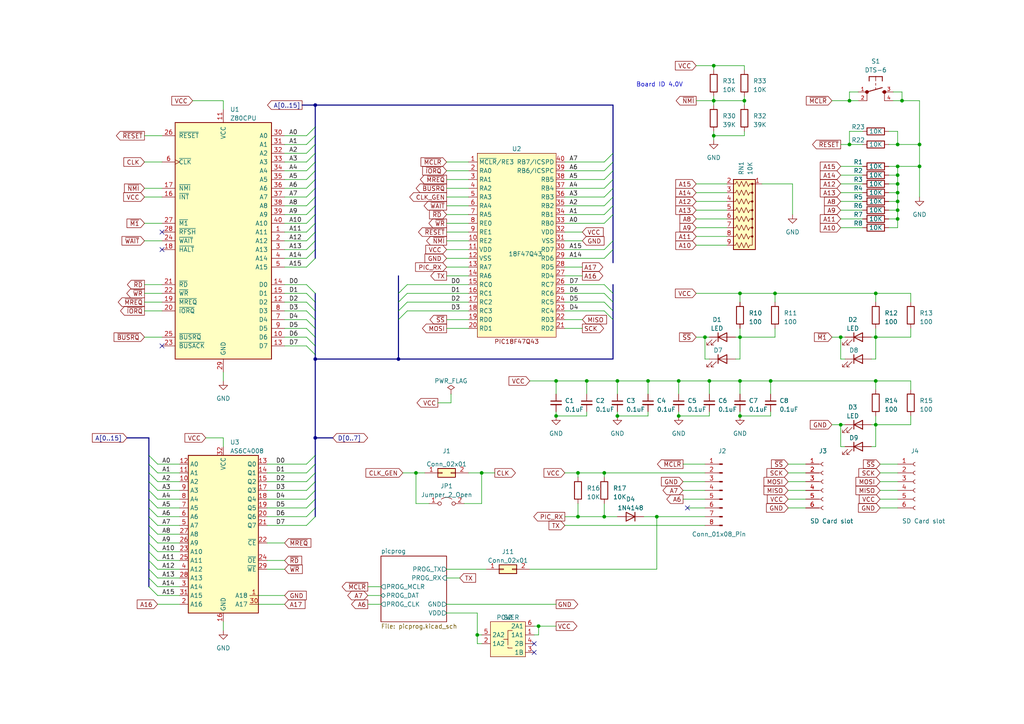
<source format=kicad_sch>
(kicad_sch (version 20230121) (generator eeschema)
  (paper "A4")
  (title_block (title "SuperEMUZ80") (date "2024-02-11") (rev "1.0"))
  (junction (at 260.35 50.8))
  (junction (at 91.44 127))
  (junction (at 214.63 110.49))
  (junction (at 207.01 19.05))
  (junction (at 120.65 137.16))
  (junction (at 260.35 55.88))
  (junction (at 190.5 149.86))
  (junction (at 196.85 120.65))
  (junction (at 254 97.79))
  (junction (at 243.84 97.79))
  (junction (at 139.7 137.16))
  (junction (at 260.35 48.26))
  (junction (at 179.07 120.65))
  (junction (at 224.79 85.09))
  (junction (at 261.62 29.21))
  (junction (at 214.63 120.65))
  (junction (at 214.63 85.09))
  (junction (at 91.44 104.14))
  (junction (at 204.47 97.79))
  (junction (at 179.07 110.49))
  (junction (at 187.96 110.49))
  (junction (at 246.38 29.21))
  (junction (at 260.35 58.42))
  (junction (at 205.74 110.49))
  (junction (at 170.18 110.49))
  (junction (at 260.35 63.5))
  (junction (at 161.29 120.65))
  (junction (at 167.64 137.16))
  (junction (at 246.38 41.91))
  (junction (at 243.84 123.19))
  (junction (at 266.7 48.26))
  (junction (at 175.26 137.16))
  (junction (at 207.01 39.37))
  (junction (at 207.01 29.21))
  (junction (at 91.44 30.48))
  (junction (at 260.35 60.96))
  (junction (at 260.35 53.34))
  (junction (at 223.52 110.49))
  (junction (at 254 110.49))
  (junction (at 115.57 104.14))
  (junction (at 156.21 181.61))
  (junction (at 215.9 29.21))
  (junction (at 214.63 97.79))
  (junction (at 161.29 110.49))
  (junction (at 196.85 110.49))
  (junction (at 167.64 149.86))
  (junction (at 260.35 41.91))
  (junction (at 175.26 149.86))
  (junction (at 138.43 184.15))
  (junction (at 254 123.19))
  (junction (at 254 85.09))
  (junction (at 266.7 41.91))
  (no_connect (at 154.94 189.23))
  (no_connect (at 46.99 67.31))
  (no_connect (at 46.99 72.39))
  (no_connect (at 154.94 186.69))
  (no_connect (at 199.39 147.32))
  (no_connect (at 46.99 100.33))
  (bus_entry (at 175.26 54.61) (size 2.54 -2.54))
  (bus_entry (at 45.72 160.02) (size -2.54 -2.54))
  (bus_entry (at 175.26 57.15) (size 2.54 -2.54))
  (bus_entry (at 88.9 85.09) (size 2.54 2.54))
  (bus_entry (at 115.57 92.71) (size 2.54 -2.54))
  (bus_entry (at 88.9 69.85) (size 2.54 -2.54))
  (bus_entry (at 45.72 162.56) (size -2.54 -2.54))
  (bus_entry (at 88.9 52.07) (size 2.54 -2.54))
  (bus_entry (at 91.44 139.7) (size -2.54 2.54))
  (bus_entry (at 177.8 69.85) (size -2.54 2.54))
  (bus_entry (at 115.57 85.09) (size 2.54 -2.54))
  (bus_entry (at 91.44 137.16) (size -2.54 2.54))
  (bus_entry (at 88.9 39.37) (size 2.54 -2.54))
  (bus_entry (at 91.44 134.62) (size -2.54 2.54))
  (bus_entry (at 175.26 82.55) (size 2.54 2.54))
  (bus_entry (at 88.9 72.39) (size 2.54 -2.54))
  (bus_entry (at 115.57 90.17) (size 2.54 -2.54))
  (bus_entry (at 88.9 59.69) (size 2.54 -2.54))
  (bus_entry (at 91.44 147.32) (size -2.54 2.54))
  (bus_entry (at 45.72 139.7) (size -2.54 -2.54))
  (bus_entry (at 45.72 152.4) (size -2.54 -2.54))
  (bus_entry (at 175.26 85.09) (size 2.54 2.54))
  (bus_entry (at 45.72 154.94) (size -2.54 -2.54))
  (bus_entry (at 88.9 67.31) (size 2.54 -2.54))
  (bus_entry (at 45.72 147.32) (size -2.54 -2.54))
  (bus_entry (at 175.26 46.99) (size 2.54 -2.54))
  (bus_entry (at 175.26 52.07) (size 2.54 -2.54))
  (bus_entry (at 88.9 77.47) (size 2.54 -2.54))
  (bus_entry (at 88.9 54.61) (size 2.54 -2.54))
  (bus_entry (at 115.57 87.63) (size 2.54 -2.54))
  (bus_entry (at 88.9 97.79) (size 2.54 2.54))
  (bus_entry (at 45.72 142.24) (size -2.54 -2.54))
  (bus_entry (at 88.9 74.93) (size 2.54 -2.54))
  (bus_entry (at 88.9 62.23) (size 2.54 -2.54))
  (bus_entry (at 175.26 64.77) (size 2.54 -2.54))
  (bus_entry (at 45.72 172.72) (size -2.54 -2.54))
  (bus_entry (at 45.72 134.62) (size -2.54 -2.54))
  (bus_entry (at 45.72 144.78) (size -2.54 -2.54))
  (bus_entry (at 45.72 157.48) (size -2.54 -2.54))
  (bus_entry (at 175.26 62.23) (size 2.54 -2.54))
  (bus_entry (at 45.72 149.86) (size -2.54 -2.54))
  (bus_entry (at 88.9 41.91) (size 2.54 -2.54))
  (bus_entry (at 88.9 87.63) (size 2.54 2.54))
  (bus_entry (at 91.44 132.08) (size -2.54 2.54))
  (bus_entry (at 88.9 90.17) (size 2.54 2.54))
  (bus_entry (at 88.9 92.71) (size 2.54 2.54))
  (bus_entry (at 88.9 95.25) (size 2.54 2.54))
  (bus_entry (at 177.8 72.39) (size -2.54 2.54))
  (bus_entry (at 91.44 144.78) (size -2.54 2.54))
  (bus_entry (at 175.26 49.53) (size 2.54 -2.54))
  (bus_entry (at 45.72 167.64) (size -2.54 -2.54))
  (bus_entry (at 175.26 87.63) (size 2.54 2.54))
  (bus_entry (at 91.44 149.86) (size -2.54 2.54))
  (bus_entry (at 175.26 59.69) (size 2.54 -2.54))
  (bus_entry (at 45.72 165.1) (size -2.54 -2.54))
  (bus_entry (at 45.72 137.16) (size -2.54 -2.54))
  (bus_entry (at 88.9 44.45) (size 2.54 -2.54))
  (bus_entry (at 88.9 57.15) (size 2.54 -2.54))
  (bus_entry (at 91.44 142.24) (size -2.54 2.54))
  (bus_entry (at 88.9 82.55) (size 2.54 2.54))
  (bus_entry (at 88.9 46.99) (size 2.54 -2.54))
  (bus_entry (at 88.9 64.77) (size 2.54 -2.54))
  (bus_entry (at 45.72 170.18) (size -2.54 -2.54))
  (bus_entry (at 175.26 90.17) (size 2.54 2.54))
  (bus_entry (at 88.9 49.53) (size 2.54 -2.54))
  (bus_entry (at 88.9 100.33) (size 2.54 2.54))
  (wire (pts (xy 264.16 110.49) (xy 264.16 113.03)))
  (wire (pts (xy 250.19 50.8) (xy 243.84 50.8)))
  (bus (pts (xy 91.44 90.17) (xy 91.44 92.71)))
  (wire (pts (xy 82.55 57.15) (xy 88.9 57.15)))
  (wire (pts (xy 205.74 110.49) (xy 196.85 110.49)))
  (bus (pts (xy 91.44 97.79) (xy 91.44 100.33)))
  (bus (pts (xy 177.8 44.45) (xy 177.8 46.99)))
  (wire (pts (xy 228.6 147.32) (xy 233.68 147.32)))
  (wire (pts (xy 82.55 72.39) (xy 88.9 72.39)))
  (bus (pts (xy 91.44 127) (xy 91.44 132.08)))
  (wire (pts (xy 163.83 74.93) (xy 175.26 74.93)))
  (bus (pts (xy 91.44 127) (xy 96.52 127)))
  (wire (pts (xy 214.63 110.49) (xy 214.63 114.3)))
  (bus (pts (xy 115.57 104.14) (xy 177.8 104.14)))
  (wire (pts (xy 187.96 119.38) (xy 187.96 120.65)))
  (wire (pts (xy 201.93 63.5) (xy 210.82 63.5)))
  (wire (pts (xy 45.72 147.32) (xy 52.07 147.32)))
  (wire (pts (xy 64.77 107.95) (xy 64.77 110.49)))
  (wire (pts (xy 82.55 97.79) (xy 88.9 97.79)))
  (bus (pts (xy 177.8 92.71) (xy 177.8 104.14)))
  (wire (pts (xy 82.55 100.33) (xy 88.9 100.33)))
  (wire (pts (xy 129.54 167.64) (xy 133.35 167.64)))
  (wire (pts (xy 82.55 44.45) (xy 88.9 44.45)))
  (wire (pts (xy 214.63 85.09) (xy 224.79 85.09)))
  (bus (pts (xy 91.44 39.37) (xy 91.44 36.83)))
  (bus (pts (xy 91.44 144.78) (xy 91.44 147.32)))
  (wire (pts (xy 205.74 119.38) (xy 205.74 120.65)))
  (wire (pts (xy 201.93 68.58) (xy 210.82 68.58)))
  (wire (pts (xy 243.84 123.19) (xy 245.11 123.19)))
  (wire (pts (xy 129.54 92.71) (xy 135.89 92.71)))
  (wire (pts (xy 250.19 53.34) (xy 243.84 53.34)))
  (wire (pts (xy 74.93 172.72) (xy 82.55 172.72)))
  (bus (pts (xy 177.8 69.85) (xy 177.8 72.39)))
  (wire (pts (xy 163.83 67.31) (xy 168.91 67.31)))
  (wire (pts (xy 167.64 146.05) (xy 167.64 149.86)))
  (bus (pts (xy 91.44 49.53) (xy 91.44 46.99)))
  (wire (pts (xy 77.47 152.4) (xy 88.9 152.4)))
  (wire (pts (xy 214.63 110.49) (xy 205.74 110.49)))
  (wire (pts (xy 198.12 139.7) (xy 204.47 139.7)))
  (wire (pts (xy 228.6 134.62) (xy 233.68 134.62)))
  (wire (pts (xy 207.01 29.21) (xy 215.9 29.21)))
  (wire (pts (xy 129.54 59.69) (xy 135.89 59.69)))
  (wire (pts (xy 213.36 97.79) (xy 214.63 97.79)))
  (wire (pts (xy 257.81 38.1) (xy 260.35 38.1)))
  (wire (pts (xy 139.7 186.69) (xy 138.43 186.69)))
  (wire (pts (xy 82.55 95.25) (xy 88.9 95.25)))
  (wire (pts (xy 260.35 66.04) (xy 260.35 63.5)))
  (wire (pts (xy 59.69 127) (xy 64.77 127)))
  (wire (pts (xy 175.26 137.16) (xy 204.47 137.16)))
  (bus (pts (xy 43.18 167.64) (xy 43.18 165.1)))
  (wire (pts (xy 41.91 39.37) (xy 46.99 39.37)))
  (wire (pts (xy 257.81 60.96) (xy 260.35 60.96)))
  (wire (pts (xy 187.96 110.49) (xy 179.07 110.49)))
  (wire (pts (xy 163.83 64.77) (xy 175.26 64.77)))
  (wire (pts (xy 228.6 137.16) (xy 233.68 137.16)))
  (wire (pts (xy 129.54 54.61) (xy 135.89 54.61)))
  (bus (pts (xy 115.57 90.17) (xy 115.57 92.71)))
  (wire (pts (xy 224.79 95.25) (xy 224.79 97.79)))
  (wire (pts (xy 167.64 138.43) (xy 167.64 137.16)))
  (wire (pts (xy 214.63 104.14) (xy 214.63 97.79)))
  (wire (pts (xy 254 104.14) (xy 254 97.79)))
  (wire (pts (xy 257.81 48.26) (xy 260.35 48.26)))
  (wire (pts (xy 161.29 119.38) (xy 161.29 120.65)))
  (bus (pts (xy 43.18 144.78) (xy 43.18 142.24)))
  (wire (pts (xy 129.54 67.31) (xy 135.89 67.31)))
  (wire (pts (xy 64.77 180.34) (xy 64.77 182.88)))
  (wire (pts (xy 175.26 149.86) (xy 179.07 149.86)))
  (bus (pts (xy 43.18 134.62) (xy 43.18 132.08)))
  (bus (pts (xy 91.44 92.71) (xy 91.44 95.25)))
  (bus (pts (xy 91.44 74.93) (xy 91.44 72.39)))
  (wire (pts (xy 224.79 85.09) (xy 224.79 87.63)))
  (wire (pts (xy 45.72 149.86) (xy 52.07 149.86)))
  (wire (pts (xy 77.47 147.32) (xy 88.9 147.32)))
  (wire (pts (xy 198.12 134.62) (xy 204.47 134.62)))
  (wire (pts (xy 138.43 184.15) (xy 139.7 184.15)))
  (wire (pts (xy 257.81 55.88) (xy 260.35 55.88)))
  (wire (pts (xy 179.07 110.49) (xy 179.07 114.3)))
  (wire (pts (xy 254 120.65) (xy 254 123.19)))
  (wire (pts (xy 196.85 120.65) (xy 205.74 120.65)))
  (wire (pts (xy 260.35 63.5) (xy 260.35 60.96)))
  (bus (pts (xy 91.44 95.25) (xy 91.44 97.79)))
  (bus (pts (xy 177.8 85.09) (xy 177.8 87.63)))
  (wire (pts (xy 45.72 142.24) (xy 52.07 142.24)))
  (wire (pts (xy 129.54 175.26) (xy 161.29 175.26)))
  (wire (pts (xy 260.35 147.32) (xy 255.27 147.32)))
  (wire (pts (xy 214.63 95.25) (xy 214.63 97.79)))
  (wire (pts (xy 207.01 39.37) (xy 207.01 38.1)))
  (wire (pts (xy 41.91 97.79) (xy 46.99 97.79)))
  (bus (pts (xy 43.18 165.1) (xy 43.18 162.56)))
  (wire (pts (xy 118.11 90.17) (xy 135.89 90.17)))
  (wire (pts (xy 241.3 123.19) (xy 243.84 123.19)))
  (wire (pts (xy 77.47 144.78) (xy 88.9 144.78)))
  (bus (pts (xy 115.57 85.09) (xy 115.57 87.63)))
  (wire (pts (xy 207.01 19.05) (xy 207.01 20.32)))
  (wire (pts (xy 163.83 149.86) (xy 167.64 149.86)))
  (wire (pts (xy 41.91 64.77) (xy 46.99 64.77)))
  (bus (pts (xy 91.44 41.91) (xy 91.44 39.37)))
  (wire (pts (xy 204.47 97.79) (xy 204.47 104.14)))
  (wire (pts (xy 161.29 120.65) (xy 170.18 120.65)))
  (wire (pts (xy 252.73 123.19) (xy 254 123.19)))
  (wire (pts (xy 45.72 134.62) (xy 52.07 134.62)))
  (wire (pts (xy 250.19 60.96) (xy 243.84 60.96)))
  (wire (pts (xy 266.7 41.91) (xy 266.7 48.26)))
  (bus (pts (xy 91.44 104.14) (xy 91.44 127)))
  (wire (pts (xy 254 110.49) (xy 264.16 110.49)))
  (wire (pts (xy 266.7 29.21) (xy 266.7 41.91)))
  (wire (pts (xy 250.19 58.42) (xy 243.84 58.42)))
  (wire (pts (xy 129.54 80.01) (xy 135.89 80.01)))
  (wire (pts (xy 214.63 85.09) (xy 214.63 87.63)))
  (wire (pts (xy 201.93 55.88) (xy 210.82 55.88)))
  (wire (pts (xy 214.63 119.38) (xy 214.63 120.65)))
  (wire (pts (xy 120.65 137.16) (xy 123.19 137.16)))
  (wire (pts (xy 129.54 49.53) (xy 135.89 49.53)))
  (wire (pts (xy 260.35 134.62) (xy 255.27 134.62)))
  (bus (pts (xy 87.63 30.48) (xy 91.44 30.48)))
  (wire (pts (xy 245.11 104.14) (xy 243.84 104.14)))
  (wire (pts (xy 82.55 90.17) (xy 88.9 90.17)))
  (wire (pts (xy 223.52 119.38) (xy 223.52 120.65)))
  (wire (pts (xy 64.77 29.21) (xy 64.77 31.75)))
  (wire (pts (xy 250.19 55.88) (xy 243.84 55.88)))
  (bus (pts (xy 91.44 139.7) (xy 91.44 142.24)))
  (wire (pts (xy 163.83 72.39) (xy 175.26 72.39)))
  (wire (pts (xy 41.91 87.63) (xy 46.99 87.63)))
  (wire (pts (xy 257.81 66.04) (xy 260.35 66.04)))
  (wire (pts (xy 260.35 38.1) (xy 260.35 41.91)))
  (wire (pts (xy 77.47 162.56) (xy 82.55 162.56)))
  (wire (pts (xy 156.21 181.61) (xy 156.21 184.15)))
  (wire (pts (xy 215.9 29.21) (xy 215.9 30.48)))
  (wire (pts (xy 261.62 29.21) (xy 266.7 29.21)))
  (wire (pts (xy 167.64 137.16) (xy 175.26 137.16)))
  (wire (pts (xy 129.54 69.85) (xy 135.89 69.85)))
  (wire (pts (xy 196.85 119.38) (xy 196.85 120.65)))
  (wire (pts (xy 129.54 77.47) (xy 135.89 77.47)))
  (wire (pts (xy 260.35 53.34) (xy 260.35 50.8)))
  (wire (pts (xy 41.91 90.17) (xy 46.99 90.17)))
  (bus (pts (xy 43.18 154.94) (xy 43.18 152.4)))
  (bus (pts (xy 177.8 46.99) (xy 177.8 49.53)))
  (bus (pts (xy 91.44 67.31) (xy 91.44 64.77)))
  (wire (pts (xy 220.98 53.34) (xy 229.87 53.34)))
  (wire (pts (xy 77.47 149.86) (xy 88.9 149.86)))
  (bus (pts (xy 91.44 102.87) (xy 91.44 104.14)))
  (wire (pts (xy 190.5 149.86) (xy 190.5 165.1)))
  (wire (pts (xy 45.72 172.72) (xy 52.07 172.72)))
  (wire (pts (xy 254 97.79) (xy 264.16 97.79)))
  (wire (pts (xy 129.54 165.1) (xy 140.97 165.1)))
  (bus (pts (xy 43.18 162.56) (xy 43.18 160.02)))
  (wire (pts (xy 82.55 64.77) (xy 88.9 64.77)))
  (wire (pts (xy 45.72 167.64) (xy 52.07 167.64)))
  (wire (pts (xy 214.63 120.65) (xy 223.52 120.65)))
  (wire (pts (xy 106.68 172.72) (xy 110.49 172.72)))
  (bus (pts (xy 43.18 160.02) (xy 43.18 157.48)))
  (wire (pts (xy 223.52 114.3) (xy 223.52 110.49)))
  (wire (pts (xy 45.72 157.48) (xy 52.07 157.48)))
  (wire (pts (xy 156.21 184.15) (xy 154.94 184.15)))
  (wire (pts (xy 179.07 120.65) (xy 187.96 120.65)))
  (wire (pts (xy 64.77 127) (xy 64.77 129.54)))
  (wire (pts (xy 163.83 152.4) (xy 204.47 152.4)))
  (bus (pts (xy 177.8 57.15) (xy 177.8 59.69)))
  (wire (pts (xy 161.29 110.49) (xy 153.67 110.49)))
  (wire (pts (xy 129.54 72.39) (xy 135.89 72.39)))
  (wire (pts (xy 254 85.09) (xy 264.16 85.09)))
  (wire (pts (xy 129.54 177.8) (xy 138.43 177.8)))
  (wire (pts (xy 241.3 97.79) (xy 243.84 97.79)))
  (wire (pts (xy 82.55 54.61) (xy 88.9 54.61)))
  (wire (pts (xy 201.93 29.21) (xy 207.01 29.21)))
  (wire (pts (xy 260.35 144.78) (xy 255.27 144.78)))
  (bus (pts (xy 177.8 52.07) (xy 177.8 54.61)))
  (wire (pts (xy 120.65 146.05) (xy 120.65 137.16)))
  (bus (pts (xy 91.44 44.45) (xy 91.44 41.91)))
  (bus (pts (xy 177.8 30.48) (xy 177.8 44.45)))
  (wire (pts (xy 260.35 60.96) (xy 260.35 58.42)))
  (wire (pts (xy 161.29 110.49) (xy 161.29 114.3)))
  (bus (pts (xy 43.18 147.32) (xy 43.18 144.78)))
  (bus (pts (xy 43.18 152.4) (xy 43.18 149.86)))
  (wire (pts (xy 129.54 62.23) (xy 135.89 62.23)))
  (bus (pts (xy 177.8 72.39) (xy 177.8 76.2)))
  (wire (pts (xy 55.88 29.21) (xy 64.77 29.21)))
  (wire (pts (xy 170.18 110.49) (xy 161.29 110.49)))
  (wire (pts (xy 45.72 144.78) (xy 52.07 144.78)))
  (bus (pts (xy 91.44 59.69) (xy 91.44 57.15)))
  (wire (pts (xy 186.69 149.86) (xy 190.5 149.86)))
  (wire (pts (xy 196.85 110.49) (xy 187.96 110.49)))
  (wire (pts (xy 205.74 114.3) (xy 205.74 110.49)))
  (wire (pts (xy 163.83 52.07) (xy 175.26 52.07)))
  (wire (pts (xy 228.6 139.7) (xy 233.68 139.7)))
  (bus (pts (xy 91.44 46.99) (xy 91.44 44.45)))
  (wire (pts (xy 163.83 77.47) (xy 168.91 77.47)))
  (wire (pts (xy 118.11 85.09) (xy 135.89 85.09)))
  (wire (pts (xy 257.81 58.42) (xy 260.35 58.42)))
  (wire (pts (xy 201.93 58.42) (xy 210.82 58.42)))
  (wire (pts (xy 257.81 63.5) (xy 260.35 63.5)))
  (wire (pts (xy 143.51 137.16) (xy 139.7 137.16)))
  (wire (pts (xy 106.68 170.18) (xy 110.49 170.18)))
  (wire (pts (xy 127 116.84) (xy 130.81 116.84)))
  (bus (pts (xy 91.44 62.23) (xy 91.44 59.69)))
  (wire (pts (xy 245.11 129.54) (xy 243.84 129.54)))
  (bus (pts (xy 91.44 52.07) (xy 91.44 49.53)))
  (bus (pts (xy 91.44 85.09) (xy 91.44 87.63)))
  (wire (pts (xy 250.19 63.5) (xy 243.84 63.5)))
  (wire (pts (xy 260.35 142.24) (xy 255.27 142.24)))
  (bus (pts (xy 177.8 82.55) (xy 177.8 85.09)))
  (bus (pts (xy 43.18 139.7) (xy 43.18 137.16)))
  (wire (pts (xy 215.9 20.32) (xy 215.9 19.05)))
  (wire (pts (xy 129.54 64.77) (xy 135.89 64.77)))
  (wire (pts (xy 264.16 120.65) (xy 264.16 123.19)))
  (wire (pts (xy 260.35 139.7) (xy 255.27 139.7)))
  (wire (pts (xy 252.73 104.14) (xy 254 104.14)))
  (wire (pts (xy 41.91 85.09) (xy 46.99 85.09)))
  (wire (pts (xy 129.54 74.93) (xy 135.89 74.93)))
  (wire (pts (xy 201.93 19.05) (xy 207.01 19.05)))
  (bus (pts (xy 43.18 132.08) (xy 43.18 127)))
  (wire (pts (xy 139.7 146.05) (xy 139.7 137.16)))
  (wire (pts (xy 77.47 134.62) (xy 88.9 134.62)))
  (wire (pts (xy 179.07 110.49) (xy 170.18 110.49)))
  (wire (pts (xy 254 129.54) (xy 254 123.19)))
  (wire (pts (xy 82.55 46.99) (xy 88.9 46.99)))
  (wire (pts (xy 163.83 95.25) (xy 168.91 95.25)))
  (wire (pts (xy 41.91 54.61) (xy 46.99 54.61)))
  (bus (pts (xy 115.57 80.01) (xy 115.57 85.09)))
  (wire (pts (xy 129.54 95.25) (xy 135.89 95.25)))
  (wire (pts (xy 41.91 57.15) (xy 46.99 57.15)))
  (wire (pts (xy 77.47 137.16) (xy 88.9 137.16)))
  (wire (pts (xy 167.64 149.86) (xy 175.26 149.86)))
  (wire (pts (xy 260.35 137.16) (xy 255.27 137.16)))
  (bus (pts (xy 43.18 149.86) (xy 43.18 147.32)))
  (wire (pts (xy 156.21 181.61) (xy 161.29 181.61)))
  (wire (pts (xy 163.83 54.61) (xy 175.26 54.61)))
  (wire (pts (xy 82.55 67.31) (xy 88.9 67.31)))
  (bus (pts (xy 177.8 87.63) (xy 177.8 90.17)))
  (bus (pts (xy 91.44 100.33) (xy 91.44 102.87)))
  (bus (pts (xy 91.44 87.63) (xy 91.44 90.17)))
  (wire (pts (xy 129.54 57.15) (xy 135.89 57.15)))
  (wire (pts (xy 82.55 74.93) (xy 88.9 74.93)))
  (wire (pts (xy 45.72 160.02) (xy 52.07 160.02)))
  (wire (pts (xy 215.9 39.37) (xy 207.01 39.37)))
  (bus (pts (xy 43.18 170.18) (xy 43.18 167.64)))
  (wire (pts (xy 82.55 92.71) (xy 88.9 92.71)))
  (bus (pts (xy 91.44 137.16) (xy 91.44 139.7)))
  (wire (pts (xy 205.74 104.14) (xy 204.47 104.14)))
  (wire (pts (xy 254 85.09) (xy 254 87.63)))
  (wire (pts (xy 175.26 146.05) (xy 175.26 149.86)))
  (wire (pts (xy 207.01 40.64) (xy 207.01 39.37)))
  (wire (pts (xy 163.83 85.09) (xy 175.26 85.09)))
  (wire (pts (xy 118.11 87.63) (xy 135.89 87.63)))
  (wire (pts (xy 156.21 181.61) (xy 154.94 181.61)))
  (wire (pts (xy 45.72 170.18) (xy 52.07 170.18)))
  (wire (pts (xy 201.93 66.04) (xy 210.82 66.04)))
  (bus (pts (xy 91.44 57.15) (xy 91.44 54.61)))
  (wire (pts (xy 259.08 26.67) (xy 261.62 26.67)))
  (wire (pts (xy 163.83 92.71) (xy 168.91 92.71)))
  (wire (pts (xy 41.91 82.55) (xy 46.99 82.55)))
  (wire (pts (xy 163.83 69.85) (xy 168.91 69.85)))
  (wire (pts (xy 252.73 97.79) (xy 254 97.79)))
  (wire (pts (xy 45.72 139.7) (xy 52.07 139.7)))
  (wire (pts (xy 45.72 165.1) (xy 52.07 165.1)))
  (wire (pts (xy 134.62 146.05) (xy 139.7 146.05)))
  (bus (pts (xy 177.8 59.69) (xy 177.8 62.23)))
  (wire (pts (xy 187.96 114.3) (xy 187.96 110.49)))
  (wire (pts (xy 229.87 53.34) (xy 229.87 62.23)))
  (wire (pts (xy 45.72 162.56) (xy 52.07 162.56)))
  (wire (pts (xy 82.55 82.55) (xy 88.9 82.55)))
  (wire (pts (xy 190.5 149.86) (xy 204.47 149.86)))
  (wire (pts (xy 228.6 142.24) (xy 233.68 142.24)))
  (wire (pts (xy 241.3 29.21) (xy 246.38 29.21)))
  (wire (pts (xy 41.91 46.99) (xy 46.99 46.99)))
  (wire (pts (xy 215.9 38.1) (xy 215.9 39.37)))
  (wire (pts (xy 82.55 87.63) (xy 88.9 87.63)))
  (wire (pts (xy 170.18 119.38) (xy 170.18 120.65)))
  (wire (pts (xy 179.07 119.38) (xy 179.07 120.65)))
  (wire (pts (xy 254 110.49) (xy 254 113.03)))
  (wire (pts (xy 198.12 144.78) (xy 204.47 144.78)))
  (wire (pts (xy 82.55 77.47) (xy 88.9 77.47)))
  (bus (pts (xy 43.18 142.24) (xy 43.18 139.7)))
  (wire (pts (xy 163.83 90.17) (xy 175.26 90.17)))
  (wire (pts (xy 201.93 85.09) (xy 214.63 85.09)))
  (wire (pts (xy 243.84 41.91) (xy 246.38 41.91)))
  (wire (pts (xy 257.81 50.8) (xy 260.35 50.8)))
  (bus (pts (xy 115.57 87.63) (xy 115.57 90.17)))
  (wire (pts (xy 163.83 82.55) (xy 175.26 82.55)))
  (wire (pts (xy 129.54 46.99) (xy 135.89 46.99)))
  (wire (pts (xy 139.7 137.16) (xy 135.89 137.16)))
  (bus (pts (xy 91.44 69.85) (xy 91.44 67.31)))
  (wire (pts (xy 45.72 175.26) (xy 52.07 175.26)))
  (wire (pts (xy 163.83 62.23) (xy 175.26 62.23)))
  (wire (pts (xy 138.43 186.69) (xy 138.43 184.15)))
  (bus (pts (xy 91.44 142.24) (xy 91.44 144.78)))
  (wire (pts (xy 213.36 104.14) (xy 214.63 104.14)))
  (wire (pts (xy 41.91 69.85) (xy 46.99 69.85)))
  (wire (pts (xy 264.16 95.25) (xy 264.16 97.79)))
  (bus (pts (xy 43.18 137.16) (xy 43.18 134.62)))
  (bus (pts (xy 91.44 147.32) (xy 91.44 149.86)))
  (wire (pts (xy 261.62 26.67) (xy 261.62 29.21)))
  (wire (pts (xy 45.72 137.16) (xy 52.07 137.16)))
  (wire (pts (xy 260.35 50.8) (xy 260.35 48.26)))
  (wire (pts (xy 163.83 80.01) (xy 168.91 80.01)))
  (wire (pts (xy 260.35 58.42) (xy 260.35 55.88)))
  (bus (pts (xy 91.44 134.62) (xy 91.44 137.16)))
  (wire (pts (xy 215.9 27.94) (xy 215.9 29.21)))
  (bus (pts (xy 91.44 104.14) (xy 115.57 104.14)))
  (wire (pts (xy 153.67 165.1) (xy 190.5 165.1)))
  (bus (pts (xy 91.44 72.39) (xy 91.44 69.85)))
  (bus (pts (xy 91.44 30.48) (xy 91.44 36.83)))
  (wire (pts (xy 163.83 87.63) (xy 175.26 87.63)))
  (wire (pts (xy 224.79 85.09) (xy 254 85.09)))
  (wire (pts (xy 198.12 142.24) (xy 204.47 142.24)))
  (wire (pts (xy 201.93 97.79) (xy 204.47 97.79)))
  (wire (pts (xy 215.9 19.05) (xy 207.01 19.05)))
  (wire (pts (xy 254 110.49) (xy 223.52 110.49)))
  (bus (pts (xy 177.8 62.23) (xy 177.8 69.85)))
  (wire (pts (xy 74.93 175.26) (xy 82.55 175.26)))
  (wire (pts (xy 260.35 48.26) (xy 266.7 48.26)))
  (wire (pts (xy 243.84 123.19) (xy 243.84 129.54)))
  (wire (pts (xy 248.92 26.67) (xy 246.38 26.67)))
  (wire (pts (xy 257.81 53.34) (xy 260.35 53.34)))
  (wire (pts (xy 201.93 53.34) (xy 210.82 53.34)))
  (wire (pts (xy 170.18 114.3) (xy 170.18 110.49)))
  (wire (pts (xy 163.83 57.15) (xy 175.26 57.15)))
  (wire (pts (xy 199.39 147.32) (xy 204.47 147.32)))
  (wire (pts (xy 130.81 116.84) (xy 130.81 114.3)))
  (wire (pts (xy 163.83 59.69) (xy 175.26 59.69)))
  (wire (pts (xy 82.55 59.69) (xy 88.9 59.69)))
  (wire (pts (xy 77.47 139.7) (xy 88.9 139.7)))
  (wire (pts (xy 260.35 55.88) (xy 260.35 53.34)))
  (wire (pts (xy 204.47 97.79) (xy 205.74 97.79)))
  (bus (pts (xy 91.44 64.77) (xy 91.44 62.23)))
  (wire (pts (xy 124.46 146.05) (xy 120.65 146.05)))
  (bus (pts (xy 177.8 54.61) (xy 177.8 57.15)))
  (wire (pts (xy 45.72 154.94) (xy 52.07 154.94)))
  (wire (pts (xy 264.16 85.09) (xy 264.16 87.63)))
  (wire (pts (xy 243.84 97.79) (xy 243.84 104.14)))
  (wire (pts (xy 252.73 129.54) (xy 254 129.54)))
  (wire (pts (xy 116.84 137.16) (xy 120.65 137.16)))
  (wire (pts (xy 82.55 39.37) (xy 88.9 39.37)))
  (bus (pts (xy 91.44 54.61) (xy 91.44 52.07)))
  (wire (pts (xy 138.43 177.8) (xy 138.43 184.15)))
  (wire (pts (xy 246.38 41.91) (xy 250.19 41.91)))
  (wire (pts (xy 214.63 97.79) (xy 224.79 97.79)))
  (wire (pts (xy 254 123.19) (xy 264.16 123.19)))
  (wire (pts (xy 175.26 137.16) (xy 175.26 138.43)))
  (wire (pts (xy 45.72 152.4) (xy 52.07 152.4)))
  (wire (pts (xy 243.84 97.79) (xy 245.11 97.79)))
  (wire (pts (xy 246.38 38.1) (xy 246.38 41.91)))
  (wire (pts (xy 82.55 49.53) (xy 88.9 49.53)))
  (bus (pts (xy 177.8 49.53) (xy 177.8 52.07)))
  (wire (pts (xy 82.55 69.85) (xy 88.9 69.85)))
  (wire (pts (xy 163.83 49.53) (xy 175.26 49.53)))
  (wire (pts (xy 77.47 165.1) (xy 82.55 165.1)))
  (wire (pts (xy 260.35 41.91) (xy 266.7 41.91)))
  (wire (pts (xy 246.38 29.21) (xy 248.92 29.21)))
  (wire (pts (xy 266.7 48.26) (xy 266.7 57.15)))
  (wire (pts (xy 196.85 110.49) (xy 196.85 114.3)))
  (bus (pts (xy 43.18 157.48) (xy 43.18 154.94)))
  (bus (pts (xy 91.44 132.08) (xy 91.44 134.62)))
  (wire (pts (xy 207.01 27.94) (xy 207.01 29.21)))
  (wire (pts (xy 163.83 46.99) (xy 175.26 46.99)))
  (bus (pts (xy 91.44 30.48) (xy 177.8 30.48)))
  (wire (pts (xy 228.6 144.78) (xy 233.68 144.78)))
  (wire (pts (xy 250.19 48.26) (xy 243.84 48.26)))
  (wire (pts (xy 250.19 38.1) (xy 246.38 38.1)))
  (wire (pts (xy 201.93 71.12) (xy 210.82 71.12)))
  (wire (pts (xy 257.81 41.91) (xy 260.35 41.91)))
  (wire (pts (xy 82.55 41.91) (xy 88.9 41.91)))
  (bus (pts (xy 115.57 92.71) (xy 115.57 104.14)))
  (wire (pts (xy 118.11 82.55) (xy 135.89 82.55)))
  (wire (pts (xy 254 95.25) (xy 254 97.79)))
  (wire (pts (xy 82.55 52.07) (xy 88.9 52.07)))
  (wire (pts (xy 77.47 157.48) (xy 82.55 157.48)))
  (bus (pts (xy 36.83 127) (xy 43.18 127)))
  (wire (pts (xy 129.54 52.07) (xy 135.89 52.07)))
  (wire (pts (xy 106.68 175.26) (xy 110.49 175.26)))
  (wire (pts (xy 82.55 85.09) (xy 88.9 85.09)))
  (bus (pts (xy 177.8 90.17) (xy 177.8 92.71)))
  (wire (pts (xy 223.52 110.49) (xy 214.63 110.49)))
  (wire (pts (xy 259.08 29.21) (xy 261.62 29.21)))
  (wire (pts (xy 250.19 66.04) (xy 243.84 66.04)))
  (wire (pts (xy 163.83 137.16) (xy 167.64 137.16)))
  (wire (pts (xy 77.47 142.24) (xy 88.9 142.24)))
  (wire (pts (xy 207.01 29.21) (xy 207.01 30.48)))
  (wire (pts (xy 246.38 26.67) (xy 246.38 29.21)))
  (wire (pts (xy 201.93 60.96) (xy 210.82 60.96)))
  (wire (pts (xy 82.55 62.23) (xy 88.9 62.23)))
  (text "Board ID 4.0V" (at 198.12 25.4 0) (effects (font (size 1.27 1.27)) (justify right bottom)))
  (label "D7" (at 80.01 152.4 0))
  (label "D4" (at 165.1 90.17 0))
  (label "A7" (at 165.1 46.99 0))
  (label "A10" (at 83.82 64.77 0))
  (label "A5" (at 46.99 147.32 0))
  (label "D7" (at 83.82 100.33 0))
  (label "D0" (at 130.81 82.55 0))
  (label "D5" (at 83.82 95.25 0))
  (label "D3" (at 80.01 142.24 0))
  (label "A14" (at 83.82 74.93 0))
  (label "A11" (at 83.82 67.31 0))
  (label "A3" (at 46.99 142.24 0))
  (label "A14" (at 165.1 74.93 0))
  (label "D2" (at 80.01 139.7 0))
  (label "D3" (at 130.81 90.17 0))
  (label "A6" (at 83.82 54.61 0))
  (label "A14" (at 46.99 170.18 0))
  (label "D6" (at 165.1 85.09 0))
  (label "D2" (at 83.82 87.63 0))
  (label "A3" (at 165.1 57.15 0))
  (label "A15" (at 165.1 72.39 0))
  (label "D1" (at 83.82 85.09 0))
  (label "A5" (at 83.82 52.07 0))
  (label "D2" (at 130.81 87.63 0))
  (label "A5" (at 165.1 52.07 0))
  (label "A12" (at 46.99 165.1 0))
  (label "A10" (at 46.99 160.02 0))
  (label "A3" (at 83.82 46.99 0))
  (label "A8" (at 83.82 59.69 0))
  (label "A8" (at 46.99 154.94 0))
  (label "A0" (at 83.82 39.37 0))
  (label "D5" (at 165.1 87.63 0))
  (label "D3" (at 83.82 90.17 0))
  (label "D0" (at 80.01 134.62 0))
  (label "A15" (at 83.82 77.47 0))
  (label "A15" (at 46.99 172.72 0))
  (label "A7" (at 83.82 57.15 0))
  (label "A2" (at 165.1 59.69 0))
  (label "D1" (at 130.81 85.09 0))
  (label "A2" (at 46.99 139.7 0))
  (label "D4" (at 83.82 92.71 0))
  (label "A11" (at 46.99 162.56 0))
  (label "A9" (at 83.82 62.23 0))
  (label "D7" (at 165.1 82.55 0))
  (label "A13" (at 83.82 72.39 0))
  (label "A9" (at 46.99 157.48 0))
  (label "A1" (at 46.99 137.16 0))
  (label "D1" (at 80.01 137.16 0))
  (label "A4" (at 165.1 54.61 0))
  (label "A7" (at 46.99 152.4 0))
  (label "A4" (at 46.99 144.78 0))
  (label "A2" (at 83.82 44.45 0))
  (label "A1" (at 83.82 41.91 0))
  (label "A6" (at 46.99 149.86 0))
  (label "A1" (at 165.1 62.23 0))
  (label "A4" (at 83.82 49.53 0))
  (label "D0" (at 83.82 82.55 0))
  (label "A12" (at 83.82 69.85 0))
  (label "D6" (at 83.82 97.79 0))
  (label "D4" (at 80.01 144.78 0))
  (label "A0" (at 46.99 134.62 0))
  (label "A13" (at 46.99 167.64 0))
  (label "D5" (at 80.01 147.32 0))
  (label "A0" (at 165.1 64.77 0))
  (label "A6" (at 165.1 49.53 0))
  (label "D6" (at 80.01 149.86 0))
  (global_label "A[0..15]" (shape output) (at 87.63 30.48 180) (property "Intersheetrefs" "${INTERSHEET_REFS}" (effects hide)))
  (global_label "CLK" (shape input) (at 41.91 46.99 180) (property "Intersheetrefs" "${INTERSHEET_REFS}" (effects hide)))
  (global_label "A8" (shape input) (at 243.84 58.42 180) (property "Intersheetrefs" "${INTERSHEET_REFS}" (effects hide)))
  (global_label "~{MREQ}" (shape input) (at 82.55 157.48 0) (property "Intersheetrefs" "${INTERSHEET_REFS}" (effects hide)))
  (global_label "PIC_RX" (shape input) (at 129.54 77.47 180) (property "Intersheetrefs" "${INTERSHEET_REFS}" (effects hide)))
  (global_label "~{MCLR}" (shape input) (at 129.54 46.99 180) (property "Intersheetrefs" "${INTERSHEET_REFS}" (effects hide)))
  (global_label "~{MREQ}" (shape output) (at 41.91 87.63 180) (property "Intersheetrefs" "${INTERSHEET_REFS}" (effects hide)))
  (global_label "~{RD}" (shape input) (at 82.55 162.56 0) (property "Intersheetrefs" "${INTERSHEET_REFS}" (effects hide)))
  (global_label "MOSI" (shape input) (at 228.6 139.7 180) (property "Intersheetrefs" "${INTERSHEET_REFS}" (effects hide)))
  (global_label "~{WR}" (shape output) (at 41.91 85.09 180) (property "Intersheetrefs" "${INTERSHEET_REFS}" (effects hide)))
  (global_label "A11" (shape input) (at 201.93 68.58 180) (property "Intersheetrefs" "${INTERSHEET_REFS}" (effects hide)))
  (global_label "A11" (shape input) (at 243.84 63.5 180) (property "Intersheetrefs" "${INTERSHEET_REFS}" (effects hide)))
  (global_label "~{WAIT}" (shape input) (at 41.91 69.85 180) (property "Intersheetrefs" "${INTERSHEET_REFS}" (effects hide)))
  (global_label "VCC" (shape input) (at 59.69 127 180) (property "Intersheetrefs" "${INTERSHEET_REFS}" (effects hide)))
  (global_label "~{SS}" (shape input) (at 201.93 97.79 180) (property "Intersheetrefs" "${INTERSHEET_REFS}" (effects hide)))
  (global_label "GND" (shape input) (at 241.3 123.19 180) (property "Intersheetrefs" "${INTERSHEET_REFS}" (effects hide)))
  (global_label "~{RESET}" (shape output) (at 129.54 67.31 180) (property "Intersheetrefs" "${INTERSHEET_REFS}" (effects hide)))
  (global_label "VCC" (shape output) (at 161.29 181.61 0) (property "Intersheetrefs" "${INTERSHEET_REFS}" (effects hide)))
  (global_label "~{RD}" (shape input) (at 129.54 62.23 180) (property "Intersheetrefs" "${INTERSHEET_REFS}" (effects hide)))
  (global_label "A14" (shape input) (at 201.93 55.88 180) (property "Intersheetrefs" "${INTERSHEET_REFS}" (effects hide)))
  (global_label "CLK" (shape output) (at 143.51 137.16 0) (property "Intersheetrefs" "${INTERSHEET_REFS}" (effects hide)))
  (global_label "A15" (shape input) (at 201.93 53.34 180) (property "Intersheetrefs" "${INTERSHEET_REFS}" (effects hide)))
  (global_label "~{BUSRQ}" (shape input) (at 41.91 97.79 180) (property "Intersheetrefs" "${INTERSHEET_REFS}" (effects hide)))
  (global_label "A16" (shape output) (at 168.91 80.01 0) (property "Intersheetrefs" "${INTERSHEET_REFS}" (effects hide)))
  (global_label "VCC" (shape input) (at 255.27 144.78 180) (property "Intersheetrefs" "${INTERSHEET_REFS}" (effects hide)))
  (global_label "VCC" (shape input) (at 228.6 144.78 180) (property "Intersheetrefs" "${INTERSHEET_REFS}" (effects hide)))
  (global_label "TX" (shape input) (at 133.35 167.64 0) (property "Intersheetrefs" "${INTERSHEET_REFS}" (effects hide)))
  (global_label "VCC" (shape input) (at 201.93 19.05 180) (property "Intersheetrefs" "${INTERSHEET_REFS}" (effects hide)))
  (global_label "GND" (shape input) (at 198.12 139.7 180) (property "Intersheetrefs" "${INTERSHEET_REFS}" (effects hide)))
  (global_label "A10" (shape input) (at 201.93 71.12 180) (property "Intersheetrefs" "${INTERSHEET_REFS}" (effects hide)))
  (global_label "A6" (shape output) (at 198.12 144.78 180) (property "Intersheetrefs" "${INTERSHEET_REFS}" (effects hide)))
  (global_label "A12" (shape input) (at 201.93 58.42 180) (property "Intersheetrefs" "${INTERSHEET_REFS}" (effects hide)))
  (global_label "MOSI" (shape output) (at 129.54 95.25 180) (property "Intersheetrefs" "${INTERSHEET_REFS}" (effects hide)))
  (global_label "~{SS}" (shape input) (at 255.27 134.62 180) (property "Intersheetrefs" "${INTERSHEET_REFS}" (effects hide)))
  (global_label "A7" (shape bidirectional) (at 198.12 142.24 180) (property "Intersheetrefs" "${INTERSHEET_REFS}" (effects hide)))
  (global_label "VCC" (shape input) (at 129.54 72.39 180) (property "Intersheetrefs" "${INTERSHEET_REFS}" (effects hide)))
  (global_label "A17" (shape output) (at 168.91 77.47 0) (property "Intersheetrefs" "${INTERSHEET_REFS}" (effects hide)))
  (global_label "~{RD}" (shape output) (at 41.91 82.55 180) (property "Intersheetrefs" "${INTERSHEET_REFS}" (effects hide)))
  (global_label "A14" (shape input) (at 243.84 50.8 180) (property "Intersheetrefs" "${INTERSHEET_REFS}" (effects hide)))
  (global_label "GND" (shape input) (at 129.54 74.93 180) (property "Intersheetrefs" "${INTERSHEET_REFS}" (effects hide)))
  (global_label "~{RESET}" (shape output) (at 41.91 39.37 180) (property "Intersheetrefs" "${INTERSHEET_REFS}" (effects hide)))
  (global_label "~{IORQ}" (shape input) (at 129.54 49.53 180) (property "Intersheetrefs" "${INTERSHEET_REFS}" (effects hide)))
  (global_label "GND" (shape input) (at 168.91 69.85 0) (property "Intersheetrefs" "${INTERSHEET_REFS}" (effects hide)))
  (global_label "~{WR}" (shape output) (at 129.54 64.77 180) (property "Intersheetrefs" "${INTERSHEET_REFS}" (effects hide)))
  (global_label "A8" (shape input) (at 201.93 63.5 180) (property "Intersheetrefs" "${INTERSHEET_REFS}" (effects hide)))
  (global_label "SCK" (shape output) (at 168.91 95.25 0) (property "Intersheetrefs" "${INTERSHEET_REFS}" (effects hide)))
  (global_label "GND" (shape input) (at 255.27 147.32 180) (property "Intersheetrefs" "${INTERSHEET_REFS}" (effects hide)))
  (global_label "A9" (shape input) (at 201.93 66.04 180) (property "Intersheetrefs" "${INTERSHEET_REFS}" (effects hide)))
  (global_label "A10" (shape input) (at 243.84 66.04 180) (property "Intersheetrefs" "${INTERSHEET_REFS}" (effects hide)))
  (global_label "VCC" (shape input) (at 201.93 85.09 180) (property "Intersheetrefs" "${INTERSHEET_REFS}" (effects hide)))
  (global_label "~{M1}" (shape input) (at 41.91 64.77 180) (property "Intersheetrefs" "${INTERSHEET_REFS}" (effects hide)))
  (global_label "~{M1}" (shape input) (at 241.3 97.79 180) (property "Intersheetrefs" "${INTERSHEET_REFS}" (effects hide)))
  (global_label "MISO" (shape input) (at 228.6 142.24 180) (property "Intersheetrefs" "${INTERSHEET_REFS}" (effects hide)))
  (global_label "A13" (shape input) (at 201.93 60.96 180) (property "Intersheetrefs" "${INTERSHEET_REFS}" (effects hide)))
  (global_label "~{SS}" (shape output) (at 129.54 92.71 180) (property "Intersheetrefs" "${INTERSHEET_REFS}" (effects hide)))
  (global_label "MISO" (shape input) (at 168.91 92.71 0) (property "Intersheetrefs" "${INTERSHEET_REFS}" (effects hide)))
  (global_label "VCC" (shape input) (at 153.67 110.49 180) (property "Intersheetrefs" "${INTERSHEET_REFS}" (effects hide)))
  (global_label "CLK_GEN" (shape input) (at 116.84 137.16 180) (property "Intersheetrefs" "${INTERSHEET_REFS}" (effects hide)))
  (global_label "~{IORQ}" (shape output) (at 41.91 90.17 180) (property "Intersheetrefs" "${INTERSHEET_REFS}" (effects hide)))
  (global_label "D[0..7]" (shape tri_state) (at 96.52 127 0) (property "Intersheetrefs" "${INTERSHEET_REFS}" (effects hide)))
  (global_label "SCK" (shape input) (at 255.27 137.16 180) (property "Intersheetrefs" "${INTERSHEET_REFS}" (effects hide)))
  (global_label "A12" (shape input) (at 243.84 53.34 180) (property "Intersheetrefs" "${INTERSHEET_REFS}" (effects hide)))
  (global_label "TX" (shape output) (at 129.54 80.01 180) (property "Intersheetrefs" "${INTERSHEET_REFS}" (effects hide)))
  (global_label "MOSI" (shape input) (at 255.27 139.7 180) (property "Intersheetrefs" "${INTERSHEET_REFS}" (effects hide)))
  (global_label "~{MCLR}" (shape input) (at 241.3 29.21 180) (property "Intersheetrefs" "${INTERSHEET_REFS}" (effects hide)))
  (global_label "~{RESET}" (shape output) (at 243.84 41.91 180) (property "Intersheetrefs" "${INTERSHEET_REFS}" (effects hide)))
  (global_label "~{WAIT}" (shape output) (at 129.54 59.69 180) (property "Intersheetrefs" "${INTERSHEET_REFS}" (effects hide)))
  (global_label "GND" (shape output) (at 161.29 175.26 0) (property "Intersheetrefs" "${INTERSHEET_REFS}" (effects hide)))
  (global_label "A6" (shape output) (at 106.68 175.26 180) (property "Intersheetrefs" "${INTERSHEET_REFS}" (effects hide)))
  (global_label "VCC" (shape input) (at 168.91 67.31 0) (property "Intersheetrefs" "${INTERSHEET_REFS}" (effects hide)))
  (global_label "A16" (shape input) (at 45.72 175.26 180) (property "Intersheetrefs" "${INTERSHEET_REFS}" (effects hide)))
  (global_label "A17" (shape input) (at 82.55 175.26 0) (property "Intersheetrefs" "${INTERSHEET_REFS}" (effects hide)))
  (global_label "TX" (shape input) (at 163.83 152.4 180) (property "Intersheetrefs" "${INTERSHEET_REFS}" (effects hide)))
  (global_label "~{NMI}" (shape input) (at 41.91 54.61 180) (property "Intersheetrefs" "${INTERSHEET_REFS}" (effects hide)))
  (global_label "VCC" (shape input) (at 41.91 57.15 180) (property "Intersheetrefs" "${INTERSHEET_REFS}" (effects hide)))
  (global_label "CLK_GEN" (shape output) (at 129.54 57.15 180) (property "Intersheetrefs" "${INTERSHEET_REFS}" (effects hide)))
  (global_label "~{WR}" (shape input) (at 82.55 165.1 0) (property "Intersheetrefs" "${INTERSHEET_REFS}" (effects hide)))
  (global_label "PIC_RX" (shape output) (at 163.83 149.86 180) (property "Intersheetrefs" "${INTERSHEET_REFS}" (effects hide)))
  (global_label "~{SS}" (shape input) (at 228.6 134.62 180) (property "Intersheetrefs" "${INTERSHEET_REFS}" (effects hide)))
  (global_label "~{BUSRQ}" (shape output) (at 129.54 54.61 180) (property "Intersheetrefs" "${INTERSHEET_REFS}" (effects hide)))
  (global_label "A9" (shape input) (at 243.84 60.96 180) (property "Intersheetrefs" "${INTERSHEET_REFS}" (effects hide)))
  (global_label "VCC" (shape output) (at 127 116.84 180) (property "Intersheetrefs" "${INTERSHEET_REFS}" (effects hide)))
  (global_label "A15" (shape input) (at 243.84 48.26 180) (property "Intersheetrefs" "${INTERSHEET_REFS}" (effects hide)))
  (global_label "~{MCLR}" (shape output) (at 106.68 170.18 180) (property "Intersheetrefs" "${INTERSHEET_REFS}" (effects hide)))
  (global_label "VCC" (shape input) (at 163.83 137.16 180) (property "Intersheetrefs" "${INTERSHEET_REFS}" (effects hide)))
  (global_label "A7" (shape bidirectional) (at 106.68 172.72 180) (property "Intersheetrefs" "${INTERSHEET_REFS}" (effects hide)))
  (global_label "GND" (shape input) (at 228.6 147.32 180) (property "Intersheetrefs" "${INTERSHEET_REFS}" (effects hide)))
  (global_label "VCC" (shape input) (at 55.88 29.21 180) (property "Intersheetrefs" "${INTERSHEET_REFS}" (effects hide)))
  (global_label "A[0..15]" (shape input) (at 36.83 127 180) (property "Intersheetrefs" "${INTERSHEET_REFS}" (effects hide)))
  (global_label "~{NMI}" (shape output) (at 129.54 69.85 180) (property "Intersheetrefs" "${INTERSHEET_REFS}" (effects hide)))
  (global_label "~{MREQ}" (shape output) (at 129.54 52.07 180) (property "Intersheetrefs" "${INTERSHEET_REFS}" (effects hide)))
  (global_label "A13" (shape input) (at 243.84 55.88 180) (property "Intersheetrefs" "${INTERSHEET_REFS}" (effects hide)))
  (global_label "GND" (shape input) (at 82.55 172.72 0) (property "Intersheetrefs" "${INTERSHEET_REFS}" (effects hide)))
  (global_label "SCK" (shape input) (at 228.6 137.16 180) (property "Intersheetrefs" "${INTERSHEET_REFS}" (effects hide)))
  (global_label "~{MCLR}" (shape output) (at 198.12 134.62 180) (property "Intersheetrefs" "${INTERSHEET_REFS}" (effects hide)))
  (global_label "~{NMI}" (shape output) (at 201.93 29.21 180) (property "Intersheetrefs" "${INTERSHEET_REFS}" (effects hide)))
  (global_label "MISO" (shape input) (at 255.27 142.24 180) (property "Intersheetrefs" "${INTERSHEET_REFS}" (effects hide)))
  (symbol (lib_id "Device:R") (at 207.01 24.13 0) (unit 1)
    (property "Reference" "R31" (at 209.55 23.495 0) (effects (justify left)))
    (property "Value" "10K" (at 209.55 26.035 0) (effects (justify left)))
    (property "Footprint" "Resistor_THT:R_Axial_DIN0204_L3.6mm_D1.6mm_P7.62mm_Horizontal" (effects hide))
  )
  (symbol (lib_id "Device:LED") (at 248.92 123.19 0) (unit 1)
    (property "Reference" "D3" (at 247.3325 118.11 0))
    (property "Value" "LED" (at 247.3325 120.65 0))
    (property "Footprint" "LED_THT:LED_D5.0mm" (effects hide))
  )
  (symbol (lib_id "Device:C_Small") (at 196.85 116.84 0) (unit 1)
    (property "Reference" "C5" (at 199.39 116.2113 0) (effects (justify left)))
    (property "Value" "0.1uF" (at 199.39 118.7513 0) (effects (justify left)))
    (property "Footprint" "Capacitor_THT:C_Disc_D4.3mm_W1.9mm_P5.00mm" (effects hide))
  )
  (symbol (lib_id "library:AS6C4008") (at 64.77 154.94 0) (unit 1)
    (property "Reference" "U3" (at 66.7259 128.27 0) (effects (justify left)))
    (property "Value" "AS6C4008" (at 66.7259 130.81 0) (effects (justify left)))
    (property "Footprint" "Package_DIP:DIP-32_W15.24mm_Socket" (effects hide))
  )
  (symbol (lib_id "power:GND") (at 266.7 57.15 0) (unit 1)
    (property "Reference" "#PWR03" (effects hide))
    (property "Value" "GND" (at 266.7 62.23 0))
  )
  (symbol (lib_id "Device:C_Small") (at 161.29 116.84 0) (unit 1)
    (property "Reference" "C1" (at 163.83 116.2113 0) (effects (justify left)))
    (property "Value" "0.1uF" (at 163.83 118.7513 0) (effects (justify left)))
    (property "Footprint" "Capacitor_THT:C_Disc_D4.3mm_W1.9mm_P5.00mm" (effects hide))
  )
  (symbol (lib_id "Device:R") (at 254 60.96 90) (unit 1)
    (property "Reference" "R6" (at 248.92 59.69 90))
    (property "Value" "10K" (at 254 60.96 90))
    (property "Footprint" "Resistor_SMD:R_0603_1608Metric_Pad0.98x0.95mm_HandSolder" (effects hide))
  )
  (symbol (lib_id "Device:R") (at 254 41.91 90) (unit 1)
    (property "Reference" "R22" (at 248.92 40.64 90))
    (property "Value" "10K" (at 254 41.91 90))
    (property "Footprint" "Resistor_SMD:R_0603_1608Metric_Pad0.98x0.95mm_HandSolder" (effects hide))
  )
  (symbol (lib_id "Device:R") (at 254 66.04 90) (unit 1)
    (property "Reference" "R8" (at 248.92 64.77 90))
    (property "Value" "10K" (at 254 66.04 90))
    (property "Footprint" "Resistor_SMD:R_0603_1608Metric_Pad0.98x0.95mm_HandSolder" (effects hide))
  )
  (symbol (lib_id "Device:C_Small") (at 179.07 116.84 0) (unit 1)
    (property "Reference" "C3" (at 181.61 116.2113 0) (effects (justify left)))
    (property "Value" "0.1uF" (at 181.61 118.7513 0) (effects (justify left)))
    (property "Footprint" "Capacitor_THT:C_Disc_D4.3mm_W1.9mm_P5.00mm" (effects hide))
  )
  (symbol (lib_id "power:GND") (at 214.63 120.65 0) (unit 1)
    (property "Reference" "#PWR020" (effects hide))
    (property "Value" "GND" (at 214.63 125.73 0))
  )
  (symbol (lib_id "Device:R_Network08_US") (at 215.9 63.5 270) (unit 1)
    (property "Reference" "RN1" (at 215.011 50.8 0) (effects (justify right)))
    (property "Value" "10K" (at 217.551 50.8 0) (effects (justify right)))
    (property "Footprint" "Resistor_THT:R_Array_SIP9" (effects hide))
    (property "Datasheet" "http://www.vishay.com/docs/31509/csc.pdf" (effects hide))
  )
  (symbol (lib_id "Device:C_Small") (at 214.63 116.84 0) (unit 1)
    (property "Reference" "C7" (at 217.17 116.2113 0) (effects (justify left)))
    (property "Value" "0.1uF" (at 217.17 118.7513 0) (effects (justify left)))
    (property "Footprint" "Capacitor_THT:C_Disc_D4.3mm_W1.9mm_P5.00mm" (effects hide))
  )
  (symbol (lib_id "Device:C_Small") (at 187.96 116.84 0) (unit 1)
    (property "Reference" "C4" (at 190.5 116.2113 0) (effects (justify left)))
    (property "Value" "0.1uF" (at 190.5 118.7513 0) (effects (justify left)))
    (property "Footprint" "Capacitor_SMD:C_0603_1608Metric_Pad1.08x0.95mm_HandSolder" (effects hide))
  )
  (symbol (lib_id "Device:LED") (at 248.92 97.79 0) (unit 1)
    (property "Reference" "D2" (at 247.3325 92.71 0))
    (property "Value" "LED" (at 247.3325 95.25 0))
    (property "Footprint" "LED_THT:LED_D5.0mm" (effects hide))
  )
  (symbol (lib_id "Connector:Conn_01x06_Socket") (at 265.43 139.7 0) (unit 1)
    (property "Reference" "J4" (at 264.16 130.81 0) (effects (justify left)))
    (property "Value" "SD Card slot" (at 261.62 151.13 0) (effects (justify left)))
    (property "Footprint" "Connector_PinHeader_2.54mm:PinHeader_1x06_P2.54mm_Vertical" (effects hide))
  )
  (symbol (lib_id "Device:R") (at 167.64 142.24 0) (unit 1)
    (property "Reference" "R16" (at 170.18 141.605 0) (effects (justify left)))
    (property "Value" "10K" (at 170.18 144.145 0) (effects (justify left)))
    (property "Footprint" "Resistor_THT:R_Axial_DIN0204_L3.6mm_D1.6mm_P7.62mm_Horizontal" (effects hide))
  )
  (symbol (lib_id "power:PWR_FLAG") (at 130.81 114.3 0) (unit 1)
    (property "Reference" "#FLG02" (effects hide))
    (property "Value" "PWR_FLAG" (at 130.81 110.49 0))
  )
  (symbol (lib_id "Device:R") (at 254 48.26 90) (unit 1)
    (property "Reference" "R1" (at 248.92 46.99 90))
    (property "Value" "10K" (at 254 48.26 90))
    (property "Footprint" "Resistor_SMD:R_0603_1608Metric_Pad0.98x0.95mm_HandSolder" (effects hide))
  )
  (symbol (lib_id "Connector_Generic:Conn_02x01") (at 146.05 165.1 0) (unit 1)
    (property "Reference" "J11" (at 147.32 160.02 0))
    (property "Value" "Conn_02x01" (at 147.32 162.56 0))
    (property "Footprint" "Connector_PinHeader_2.54mm:PinHeader_1x02_P2.54mm_Vertical" (effects hide))
  )
  (symbol (lib_id "Device:R") (at 254 38.1 90) (unit 1)
    (property "Reference" "R23" (at 248.92 36.83 90))
    (property "Value" "10K" (at 254 38.1 90))
    (property "Footprint" "Resistor_THT:R_Axial_DIN0204_L3.6mm_D1.6mm_P7.62mm_Horizontal" (effects hide))
  )
  (symbol (lib_name "Conn_01x06_Socket_1") (lib_id "Connector:Conn_01x06_Socket") (at 238.76 139.7 0) (unit 1)
    (property "Reference" "J3" (at 237.49 130.81 0) (effects (justify left)))
    (property "Value" "SD Card slot" (at 234.95 151.13 0) (effects (justify left)))
    (property "Footprint" "Connector_PinHeader_2.54mm:PinHeader_1x06_P2.54mm_Vertical" (effects hide))
  )
  (symbol (lib_id "power:GND") (at 179.07 120.65 0) (unit 1)
    (property "Reference" "#PWR018" (effects hide))
    (property "Value" "GND" (at 179.07 125.73 0))
  )
  (symbol (lib_id "Device:R") (at 264.16 91.44 0) (unit 1)
    (property "Reference" "R13" (at 266.7 90.805 0) (effects (justify left)))
    (property "Value" "100" (at 266.7 93.345 0) (effects (justify left)))
    (property "Footprint" "Resistor_SMD:R_0603_1608Metric_Pad0.98x0.95mm_HandSolder" (effects hide))
  )
  (symbol (lib_id "Device:R") (at 254 53.34 90) (unit 1)
    (property "Reference" "R3" (at 248.92 52.07 90))
    (property "Value" "10K" (at 254 53.34 90))
    (property "Footprint" "Resistor_SMD:R_0603_1608Metric_Pad0.98x0.95mm_HandSolder" (effects hide))
  )
  (symbol (lib_id "Device:R") (at 207.01 34.29 0) (unit 1)
    (property "Reference" "R30" (at 209.55 33.655 0) (effects (justify left)))
    (property "Value" "39K" (at 209.55 36.195 0) (effects (justify left)))
    (property "Footprint" "Resistor_THT:R_Axial_DIN0204_L3.6mm_D1.6mm_P7.62mm_Horizontal" (effects hide))
  )
  (symbol (lib_id "Device:C_Small") (at 170.18 116.84 0) (unit 1)
    (property "Reference" "C2" (at 172.72 116.2113 0) (effects (justify left)))
    (property "Value" "0.1uF" (at 172.72 118.7513 0) (effects (justify left)))
    (property "Footprint" "Capacitor_SMD:C_0603_1608Metric_Pad1.08x0.95mm_HandSolder" (effects hide))
  )
  (symbol (lib_id "Device:R") (at 254 116.84 0) (unit 1)
    (property "Reference" "R14" (at 256.54 116.205 0) (effects (justify left)))
    (property "Value" "100" (at 256.54 118.745 0) (effects (justify left)))
    (property "Footprint" "Resistor_THT:R_Axial_DIN0204_L3.6mm_D1.6mm_P7.62mm_Horizontal" (effects hide))
  )
  (symbol (lib_id "Device:R") (at 254 55.88 90) (unit 1)
    (property "Reference" "R4" (at 248.92 54.61 90))
    (property "Value" "10K" (at 254 55.88 90))
    (property "Footprint" "Resistor_SMD:R_0603_1608Metric_Pad0.98x0.95mm_HandSolder" (effects hide))
  )
  (symbol (lib_id "Device:R") (at 254 91.44 0) (unit 1)
    (property "Reference" "R12" (at 256.54 90.805 0) (effects (justify left)))
    (property "Value" "100" (at 256.54 93.345 0) (effects (justify left)))
    (property "Footprint" "Resistor_THT:R_Axial_DIN0204_L3.6mm_D1.6mm_P7.62mm_Horizontal" (effects hide))
  )
  (symbol (lib_id "Device:R") (at 264.16 116.84 0) (unit 1)
    (property "Reference" "R15" (at 266.7 116.205 0) (effects (justify left)))
    (property "Value" "100" (at 266.7 118.745 0) (effects (justify left)))
    (property "Footprint" "Resistor_SMD:R_0603_1608Metric_Pad0.98x0.95mm_HandSolder" (effects hide))
  )
  (symbol (lib_id "Device:R") (at 175.26 142.24 0) (unit 1)
    (property "Reference" "R17" (at 177.8 141.605 0) (effects (justify left)))
    (property "Value" "10K" (at 177.8 144.145 0) (effects (justify left)))
    (property "Footprint" "Resistor_SMD:R_0603_1608Metric_Pad0.98x0.95mm_HandSolder" (effects hide))
  )
  (symbol (lib_id "power:GND") (at 161.29 120.65 0) (unit 1)
    (property "Reference" "#PWR017" (effects hide))
    (property "Value" "GND" (at 161.29 125.73 0))
  )
  (symbol (lib_id "Device:C_Small") (at 223.52 116.84 0) (unit 1)
    (property "Reference" "C8" (at 226.06 116.2113 0) (effects (justify left)))
    (property "Value" "0.1uF" (at 226.06 118.7513 0) (effects (justify left)))
    (property "Footprint" "Capacitor_SMD:C_0603_1608Metric_Pad1.08x0.95mm_HandSolder" (effects hide))
  )
  (symbol (lib_id "Device:LED") (at 209.55 104.14 0) (unit 1)
    (property "Reference" "D7" (at 208.28 101.6 0))
    (property "Value" "LED" (effects hide))
    (property "Footprint" "LED_SMD:LED_0805_2012Metric_Pad1.15x1.40mm_HandSolder" (effects hide))
  )
  (symbol (lib_id "power:GND") (at 64.77 182.88 0) (unit 1)
    (property "Reference" "#PWR023" (effects hide))
    (property "Value" "GND" (at 64.77 187.96 0))
  )
  (symbol (lib_id "Device:R") (at 214.63 91.44 0) (unit 1)
    (property "Reference" "R10" (at 217.17 90.805 0) (effects (justify left)))
    (property "Value" "100" (at 217.17 93.345 0) (effects (justify left)))
    (property "Footprint" "Resistor_THT:R_Axial_DIN0204_L3.6mm_D1.6mm_P7.62mm_Horizontal" (effects hide))
  )
  (symbol (lib_id "mylib:PIC18F47Q43") (at 149.86 71.12 0) (unit 1)
    (property "Reference" "U2" (at 149.86 43.18 0))
    (property "Value" "18F47Q43" (at 152.4 73.66 0))
    (property "Footprint" "Package_DIP:DIP-40_W15.24mm_Socket" (effects hide))
  )
  (symbol (lib_id "Device:LED") (at 209.55 97.79 0) (unit 1)
    (property "Reference" "D1" (at 207.9625 92.71 0))
    (property "Value" "LED" (at 207.9625 95.25 0))
    (property "Footprint" "LED_THT:LED_D5.0mm" (effects hide))
  )
  (symbol (lib_id "Jumper:Jumper_2_Open") (at 129.54 146.05 0) (unit 1)
    (property "Reference" "JP1" (at 129.54 140.97 0))
    (property "Value" "Jumper_2_Open" (at 129.54 143.51 0))
    (property "Footprint" "Jumper:SolderJumper-2_P1.3mm_Open_RoundedPad1.0x1.5mm" (effects hide))
  )
  (symbol (lib_id "Device:R") (at 254 63.5 90) (unit 1)
    (property "Reference" "R7" (at 248.92 62.23 90))
    (property "Value" "10K" (at 254 63.5 90))
    (property "Footprint" "Resistor_SMD:R_0603_1608Metric_Pad0.98x0.95mm_HandSolder" (effects hide))
  )
  (symbol (lib_id "Device:R") (at 224.79 91.44 0) (unit 1)
    (property "Reference" "R11" (at 227.33 90.805 0) (effects (justify left)))
    (property "Value" "100" (at 227.33 93.345 0) (effects (justify left)))
    (property "Footprint" "Resistor_SMD:R_0603_1608Metric_Pad0.98x0.95mm_HandSolder" (effects hide))
  )
  (symbol (lib_id "power:GND") (at 64.77 110.49 0) (unit 1)
    (property "Reference" "#PWR08" (effects hide))
    (property "Value" "GND" (at 64.77 115.57 0))
  )
  (symbol (lib_id "power:GND") (at 207.01 40.64 0) (unit 1)
    (property "Reference" "#PWR01" (effects hide))
    (property "Value" "GND" (at 207.01 45.72 0))
  )
  (symbol (lib_id "Device:R") (at 254 50.8 90) (unit 1)
    (property "Reference" "R2" (at 248.92 49.53 90))
    (property "Value" "10K" (at 254 50.8 90))
    (property "Footprint" "Resistor_SMD:R_0603_1608Metric_Pad0.98x0.95mm_HandSolder" (effects hide))
  )
  (symbol (lib_id "mylib:slide_SW_big") (at 147.32 179.07 0) (unit 1)
    (property "Reference" "S2" (at 147.32 179.07 0))
    (property "Value" "POWER" (at 147.32 179.07 0))
    (property "Footprint" "library:SS22F06" (effects hide))
  )
  (symbol (lib_id "library:DTS-6") (at 254 27.94 0) (unit 1)
    (property "Reference" "S1" (at 254 17.78 0))
    (property "Value" "DTS-6" (at 254 20.32 0))
    (property "Footprint" "library:DTS-6" (effects hide))
    (property "MF" "APEM Inc." (effects hide))
    (property "Description" "\nTactile Switch SPST-NO Top Actuated Through Hole\n" (effects hide))
    (property "Package" "None" (effects hide))
    (property "Price" "None" (effects hide))
    (property "SnapEDA_Link" "https://www.snapeda.com/parts/DTS6/APEM+Inc./view-part/?ref=snap" (effects hide))
    (property "MP" "DTS6" (effects hide))
    (property "Purchase-URL" "https://www.snapeda.com/api/url_track_click_mouser/?unipart_id=2607174&manufacturer=APEM Inc.&part_name=DTS6&search_term=dts-6" (effects hide))
    (property "Availability" "Not in stock" (effects hide))
    (property "Check_prices" "https://www.snapeda.com/parts/DTS6/APEM+Inc./view-part/?ref=eda" (effects hide))
  )
  (symbol (lib_id "Connector:Conn_01x08_Pin") (at 209.55 142.24 0) (mirror y) (unit 1)
    (property "Reference" "J2" (at 208.28 130.81 0) (effects (justify right)))
    (property "Value" "Conn_01x08_Pin" (at 200.66 154.94 0) (effects (justify right)))
    (property "Footprint" "Connector_PinHeader_2.54mm:PinHeader_1x08_P2.54mm_Horizontal" (effects hide))
  )
  (symbol (lib_id "power:GND") (at 229.87 62.23 0) (unit 1)
    (property "Reference" "#PWR02" (effects hide))
    (property "Value" "GND" (at 229.87 67.31 0))
  )
  (symbol (lib_id "Device:C_Small") (at 205.74 116.84 0) (unit 1)
    (property "Reference" "C6" (at 208.28 116.2113 0) (effects (justify left)))
    (property "Value" "0.1uF" (at 208.28 118.7513 0) (effects (justify left)))
    (property "Footprint" "Capacitor_SMD:C_0603_1608Metric_Pad1.08x0.95mm_HandSolder" (effects hide))
  )
  (symbol (lib_id "Device:R") (at 215.9 24.13 0) (unit 1)
    (property "Reference" "R33" (at 218.44 23.495 0) (effects (justify left)))
    (property "Value" "10K" (at 218.44 26.035 0) (effects (justify left)))
    (property "Footprint" "Resistor_SMD:R_0603_1608Metric_Pad0.98x0.95mm_HandSolder" (effects hide))
  )
  (symbol (lib_id "CPU:Z80CPU") (at 64.77 69.85 0) (unit 1)
    (property "Reference" "U1" (at 66.7259 31.75 0) (effects (justify left)))
    (property "Value" "Z80CPU" (at 66.7259 34.29 0) (effects (justify left)))
    (property "Footprint" "Package_DIP:DIP-40_W15.24mm_Socket" (effects hide))
    (property "Datasheet" "www.zilog.com/manage_directlink.php?filepath=docs/z80/um0080" (effects hide))
  )
  (symbol (lib_id "Diode:1N4148") (at 182.88 149.86 180) (unit 1)
    (property "Reference" "D4" (at 182.88 144.78 0))
    (property "Value" "1N4148" (at 182.88 147.32 0))
    (property "Footprint" "Diode_THT:D_DO-35_SOD27_P7.62mm_Horizontal" (effects hide))
    (property "Datasheet" "https://assets.nexperia.com/documents/data-sheet/1N4148_1N4448.pdf" (effects hide))
    (property "Sim.Device" "D" (effects hide))
    (property "Sim.Pins" "1=K 2=A" (effects hide))
  )
  (symbol (lib_id "Device:R") (at 254 58.42 90) (unit 1)
    (property "Reference" "R5" (at 248.92 57.15 90))
    (property "Value" "10K" (at 254 58.42 90))
    (property "Footprint" "Resistor_SMD:R_0603_1608Metric_Pad0.98x0.95mm_HandSolder" (effects hide))
  )
  (symbol (lib_id "power:GND") (at 196.85 120.65 0) (unit 1)
    (property "Reference" "#PWR019" (effects hide))
    (property "Value" "GND" (at 196.85 125.73 0))
  )
  (symbol (lib_id "Device:LED") (at 248.92 129.54 0) (unit 1)
    (property "Reference" "D9" (at 247.65 127 0))
    (property "Value" "LED" (effects hide))
    (property "Footprint" "LED_SMD:LED_0805_2012Metric_Pad1.15x1.40mm_HandSolder" (effects hide))
  )
  (symbol (lib_id "Connector_Generic:Conn_02x01") (at 128.27 137.16 0) (unit 1)
    (property "Reference" "J1" (at 129.54 130.81 0))
    (property "Value" "Conn_02x01" (at 129.54 134.62 0))
    (property "Footprint" "Connector_PinHeader_2.54mm:PinHeader_1x02_P2.54mm_Vertical" (effects hide))
  )
  (symbol (lib_id "Device:LED") (at 248.92 104.14 0) (unit 1)
    (property "Reference" "D8" (at 247.65 101.6 0))
    (property "Value" "LED" (effects hide))
    (property "Footprint" "LED_SMD:LED_0805_2012Metric_Pad1.15x1.40mm_HandSolder" (effects hide))
  )
  (symbol (lib_id "Device:R") (at 215.9 34.29 0) (unit 1)
    (property "Reference" "R32" (at 218.44 33.655 0) (effects (justify left)))
    (property "Value" "39K" (at 218.44 36.195 0) (effects (justify left)))
    (property "Footprint" "Resistor_SMD:R_0603_1608Metric_Pad0.98x0.95mm_HandSolder" (effects hide))
  )
  (sheet (at 110.49 161.29) (size 19.05 19.05) (stroke (width 0.1524))
    (property "Sheetname" "picprog" (at 110.49 160.5784 0) (effects (justify left bottom)))
    (property "Sheetfile" "picprog.kicad_sch" (at 110.49 180.9246 0) (effects (justify left top)))
    (pin "GND" output (at 129.54 175.26 0))
    (pin "PROG_TX" output (at 129.54 165.1 0))
    (pin "PROG_RX" input (at 129.54 167.64 0))
    (pin "PROG_MCLR" output (at 110.49 170.18 180))
    (pin "PROG_DAT" bidirectional (at 110.49 172.72 180))
    (pin "PROG_CLK" output (at 110.49 175.26 180))
    (pin "VDD" output (at 129.54 177.8 0))
  )
)
</source>
